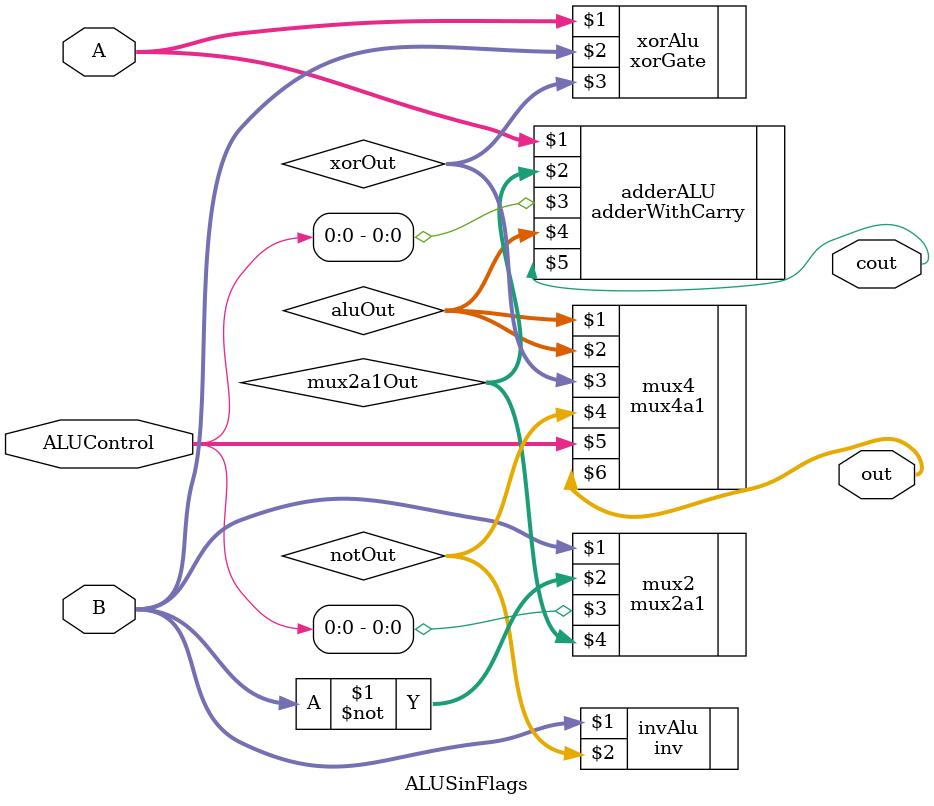
<source format=sv>
/* -------------------- ALU SIN FLAGS --------------------
	ALUControl1:0  Function
		00			 	  ADD
		01			 	  SUB
		10			 	  XOR
		11			 	  NOT
	-------------------------------------------------------
*/

module ALUSinFlags #(parameter N = 4)
						  (input  logic [N-1:0] A, B, 
						   input  logic [1:0] ALUControl,
							output logic [N-1:0] out,
							output logic cout);
							
							
	logic [N-1:0] aluOut, xorOut, notOut, mux2a1Out;
	
	mux2a1  			  #(N) mux2(B, ~B, ALUControl[0], mux2a1Out);
	adderWithCarry   #(N) adderALU(A, mux2a1Out, ALUControl[0], aluOut, cout);
	xorGate 			  #(N) xorAlu(A, B, xorOut);
	inv	  			  #(N) invAlu(B, notOut);
	mux4a1  			  #(N) mux4(aluOut, aluOut, xorOut, notOut, ALUControl, out);
	
	
	
endmodule
</source>
